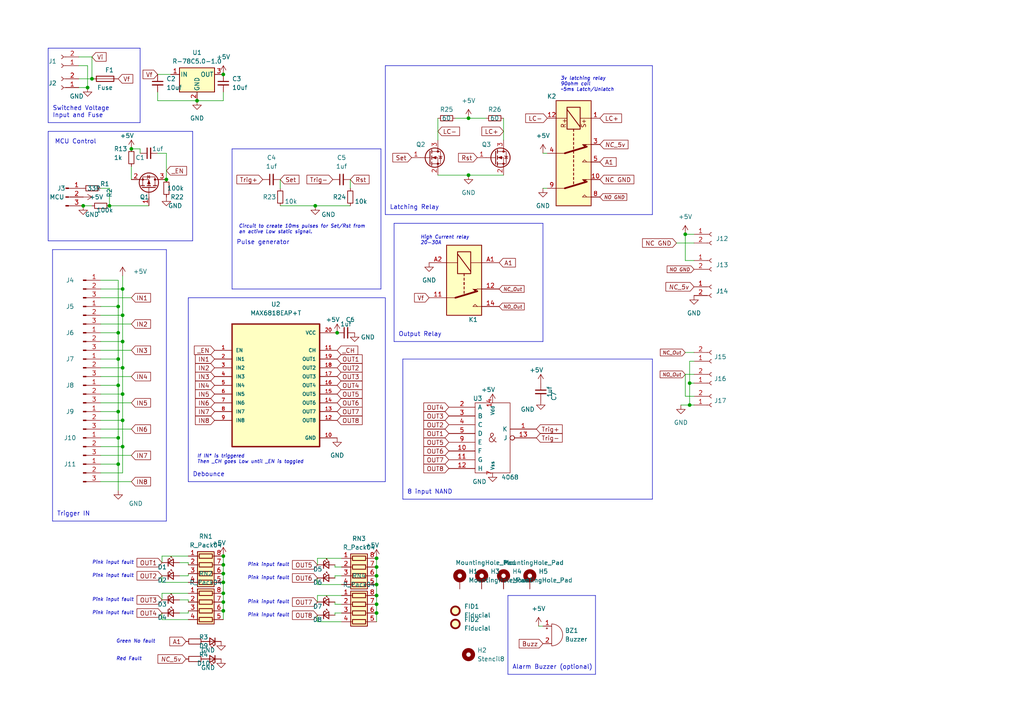
<source format=kicad_sch>
(kicad_sch (version 20230121) (generator eeschema)
  (paper "A4")
  (lib_symbols
    (symbol "4xxx_IEEE:4068" (pin_names (offset 0.762))
      (property "Reference" "U" (at -5.08 11.43 0))
      (property "Value" "4068" (at 3.81 11.43 0))
      (symbol "4068_0_0"
        (text "&" (at 0 0 0) (effects (font (size 2.54 2.54))))
      )
      (symbol "4068_0_1"
        (pin power_in line (at 0 10.16 270) (length 0) (name "Vdd") (number "14"))
        (pin power_in line (at 0 -10.16 90) (length 0) (name "Vss") (number "7"))
      )
      (symbol "4068_1_1"
        (pin output line (at 12.7 2.54 180) (length 7.62) (name "K") (number "1"))
        (pin input line (at -12.7 -3.81 0) (length 7.62) (name "F") (number "10"))
        (pin input line (at -12.7 -6.35 0) (length 7.62) (name "G") (number "11"))
        (pin input line (at -12.7 -8.89 0) (length 7.62) (name "H") (number "12"))
        (pin output inverted (at 12.7 0 180) (length 7.62) (name "J") (number "13"))
        (pin input line (at -12.7 8.89 0) (length 7.62) (name "A") (number "2"))
        (pin input line (at -12.7 6.35 0) (length 7.62) (name "B") (number "3"))
        (pin input line (at -12.7 3.81 0) (length 7.62) (name "C") (number "4"))
        (pin input line (at -12.7 1.27 0) (length 7.62) (name "D") (number "5"))
        (pin input line (at -12.7 -1.27 0) (length 7.62) (name "E") (number "9"))
      )
    )
    (symbol "Connector:Conn_01x02_Female" (pin_names (offset 1.016) hide)
      (property "Reference" "J" (at 0 2.54 0))
      (property "Value" "Conn_01x02_Female" (at 0 -5.08 0))
      (symbol "Conn_01x02_Female_1_1"
        (pin passive line (at -5.08 0 0) (length 3.81) (name "Pin_1") (number "1"))
        (pin passive line (at -5.08 -2.54 0) (length 3.81) (name "Pin_2") (number "2"))
      )
    )
    (symbol "Connector:Conn_01x03_Male" (pin_names (offset 1.016) hide)
      (property "Reference" "J" (at 0 5.08 0))
      (property "Value" "Conn_01x03_Male" (at 0 -5.08 0))
      (symbol "Conn_01x03_Male_1_1"
        (pin passive line (at 5.08 2.54 180) (length 3.81) (name "Pin_1") (number "1"))
        (pin passive line (at 5.08 0 180) (length 3.81) (name "Pin_2") (number "2"))
        (pin passive line (at 5.08 -2.54 180) (length 3.81) (name "Pin_3") (number "3"))
      )
    )
    (symbol "Device:Buzzer" (pin_names (offset 0.0254) hide)
      (property "Reference" "BZ" (at 3.81 1.27 0))
      (property "Value" "Buzzer" (at 3.81 -1.27 0))
      (symbol "Buzzer_1_1"
        (pin passive line (at -2.54 2.54 0) (length 2.54) (name "-") (number "1"))
        (pin passive line (at -2.54 -2.54 0) (length 2.54) (name "+") (number "2"))
      )
    )
    (symbol "Device:C_Small" (pin_numbers hide) (pin_names (offset 0.254) hide)
      (property "Reference" "C" (at 0.254 1.778 0))
      (property "Value" "C_Small" (at 0.254 -2.032 0))
      (symbol "C_Small_1_1"
        (pin passive line (at 0 2.54 270) (length 2.032) (name "~") (number "1"))
        (pin passive line (at 0 -2.54 90) (length 2.032) (name "~") (number "2"))
      )
    )
    (symbol "Device:Fuse" (pin_numbers hide) (pin_names (offset 0))
      (property "Reference" "F" (at 2.032 0 90))
      (property "Value" "Fuse" (at -1.905 0 90))
      (symbol "Fuse_1_1"
        (pin passive line (at 0 3.81 270) (length 1.27) (name "~") (number "1"))
        (pin passive line (at 0 -3.81 90) (length 1.27) (name "~") (number "2"))
      )
    )
    (symbol "Device:LED_Small" (pin_numbers hide) (pin_names (offset 0.254) hide)
      (property "Reference" "D" (at -1.27 3.175 0))
      (property "Value" "LED_Small" (at -4.445 -2.54 0))
      (symbol "LED_Small_1_1"
        (pin passive line (at -2.54 0 0) (length 1.778) (name "K") (number "1"))
        (pin passive line (at 2.54 0 180) (length 1.778) (name "A") (number "2"))
      )
    )
    (symbol "Device:Q_NMOS_GSD" (pin_names (offset 0) hide)
      (property "Reference" "Q" (at 5.08 1.27 0))
      (property "Value" "Q_NMOS_GSD" (at 5.08 -1.27 0))
      (symbol "Q_NMOS_GSD_1_1"
        (pin input line (at -5.08 0 0) (length 2.54) (name "G") (number "1"))
        (pin passive line (at 2.54 -5.08 90) (length 2.54) (name "S") (number "2"))
        (pin passive line (at 2.54 5.08 270) (length 2.54) (name "D") (number "3"))
      )
    )
    (symbol "Device:Q_PMOS_GSD" (pin_names (offset 0) hide)
      (property "Reference" "Q" (at 5.08 1.27 0))
      (property "Value" "Q_PMOS_GSD" (at 5.08 -1.27 0))
      (symbol "Q_PMOS_GSD_1_1"
        (pin input line (at -5.08 0 0) (length 2.54) (name "G") (number "1"))
        (pin passive line (at 2.54 -5.08 90) (length 2.54) (name "S") (number "2"))
        (pin passive line (at 2.54 5.08 270) (length 2.54) (name "D") (number "3"))
      )
    )
    (symbol "Device:R_Pack04" (pin_names (offset 0) hide)
      (property "Reference" "RN" (at -7.62 0 90))
      (property "Value" "R_Pack04" (at 5.08 0 90))
      (symbol "R_Pack04_1_1"
        (pin passive line (at -5.08 -5.08 90) (length 2.54) (name "R1.1") (number "1"))
        (pin passive line (at -2.54 -5.08 90) (length 2.54) (name "R2.1") (number "2"))
        (pin passive line (at 0 -5.08 90) (length 2.54) (name "R3.1") (number "3"))
        (pin passive line (at 2.54 -5.08 90) (length 2.54) (name "R4.1") (number "4"))
        (pin passive line (at 2.54 5.08 270) (length 2.54) (name "R4.2") (number "5"))
        (pin passive line (at 0 5.08 270) (length 2.54) (name "R3.2") (number "6"))
        (pin passive line (at -2.54 5.08 270) (length 2.54) (name "R2.2") (number "7"))
        (pin passive line (at -5.08 5.08 270) (length 2.54) (name "R1.2") (number "8"))
      )
    )
    (symbol "Device:R_Small" (pin_numbers hide) (pin_names (offset 0.254) hide)
      (property "Reference" "R" (at 0.762 0.508 0))
      (property "Value" "R_Small" (at 0.762 -1.016 0))
      (symbol "R_Small_1_1"
        (pin passive line (at 0 2.54 270) (length 0.762) (name "~") (number "1"))
        (pin passive line (at 0 -2.54 90) (length 0.762) (name "~") (number "2"))
      )
    )
    (symbol "MAX6818EAP_T:MAX6818EAP+T" (pin_names (offset 1.016))
      (property "Reference" "U" (at -12.7 18.7706 0))
      (property "Value" "MAX6818EAP+T" (at -12.7 -21.7678 0))
      (symbol "MAX6818EAP+T_0_0"
        (pin input line (at -17.78 10.16 0) (length 5.08) (name "EN") (number "1"))
        (pin power_in line (at 17.78 -15.24 180) (length 5.08) (name "GND") (number "10"))
        (pin output line (at 17.78 10.16 180) (length 5.08) (name "CH") (number "11"))
        (pin output line (at 17.78 -10.16 180) (length 5.08) (name "OUT8") (number "12"))
        (pin output line (at 17.78 -7.62 180) (length 5.08) (name "OUT7") (number "13"))
        (pin output line (at 17.78 -5.08 180) (length 5.08) (name "OUT6") (number "14"))
        (pin output line (at 17.78 -2.54 180) (length 5.08) (name "OUT5") (number "15"))
        (pin output line (at 17.78 0 180) (length 5.08) (name "OUT4") (number "16"))
        (pin output line (at 17.78 2.54 180) (length 5.08) (name "OUT3") (number "17"))
        (pin output line (at 17.78 5.08 180) (length 5.08) (name "OUT2") (number "18"))
        (pin output line (at 17.78 7.62 180) (length 5.08) (name "OUT1") (number "19"))
        (pin input line (at -17.78 7.62 0) (length 5.08) (name "IN1") (number "2"))
        (pin power_in line (at 17.78 15.24 180) (length 5.08) (name "VCC") (number "20"))
        (pin input line (at -17.78 5.08 0) (length 5.08) (name "IN2") (number "3"))
        (pin input line (at -17.78 2.54 0) (length 5.08) (name "IN3") (number "4"))
        (pin input line (at -17.78 0 0) (length 5.08) (name "IN4") (number "5"))
        (pin input line (at -17.78 -2.54 0) (length 5.08) (name "IN5") (number "6"))
        (pin input line (at -17.78 -5.08 0) (length 5.08) (name "IN6") (number "7"))
        (pin input line (at -17.78 -7.62 0) (length 5.08) (name "IN7") (number "8"))
        (pin input line (at -17.78 -10.16 0) (length 5.08) (name "IN8") (number "9"))
      )
    )
    (symbol "Mechanical:Fiducial"
      (property "Reference" "FID" (at 0 5.08 0))
      (property "Value" "Fiducial" (at 0 3.175 0))
    )
    (symbol "Mechanical:MountingHole" (pin_names (offset 1.016))
      (property "Reference" "H" (at 0 5.08 0))
      (property "Value" "MountingHole" (at 0 3.175 0))
    )
    (symbol "Mechanical:MountingHole_Pad" (pin_numbers hide) (pin_names (offset 1.016) hide)
      (property "Reference" "H" (at 0 6.35 0))
      (property "Value" "MountingHole_Pad" (at 0 4.445 0))
      (symbol "MountingHole_Pad_1_1"
        (pin input line (at 0 -2.54 90) (length 2.54) (name "1") (number "1"))
      )
    )
    (symbol "Regulator_Switching:R-78C5.0-1.0" (pin_names (offset 0.254))
      (property "Reference" "U" (at -3.81 3.175 0))
      (property "Value" "R-78C5.0-1.0" (at 0 3.175 0))
      (symbol "R-78C5.0-1.0_1_1"
        (pin power_in line (at -7.62 0 0) (length 2.54) (name "IN") (number "1"))
        (pin power_in line (at 0 -7.62 90) (length 2.54) (name "GND") (number "2"))
        (pin power_out line (at 7.62 0 180) (length 2.54) (name "OUT") (number "3"))
      )
    )
    (symbol "Relay:EE2-3SNUH"
      (property "Reference" "K" (at 15.24 8.89 0))
      (property "Value" "EE2-3SNUH" (at 20.32 6.35 0))
      (symbol "EE2-3SNUH_1_1"
        (text "+" (at -9.398 -2.667 0) (effects (font (size 1.27 1.27))))
        (text "+" (at -9.271 2.921 0) (effects (font (size 1.27 1.27))))
        (text "R" (at -8.001 -2.921 0) (effects (font (size 1.27 1.27))))
        (text "S" (at -8.001 2.921 0) (effects (font (size 1.27 1.27))))
        (pin passive line (at -10.16 7.62 270) (length 2.54) (name "~") (number "1"))
        (pin passive line (at 7.62 7.62 270) (length 2.54) (name "~") (number "10"))
        (pin passive line (at -10.16 -7.62 90) (length 2.54) (name "~") (number "12"))
        (pin passive line (at -2.54 7.62 270) (length 2.54) (name "~") (number "3"))
        (pin passive line (at 0 -7.62 90) (length 2.54) (name "~") (number "4"))
        (pin passive line (at 2.54 7.62 270) (length 2.54) (name "~") (number "5"))
        (pin passive line (at 12.7 7.62 270) (length 2.54) (name "~") (number "8"))
        (pin passive line (at 10.16 -7.62 90) (length 2.54) (name "~") (number "9"))
      )
    )
    (symbol "Relay:RAYEX-L90S"
      (property "Reference" "K" (at 11.43 3.81 0))
      (property "Value" "RAYEX-L90S" (at 11.43 1.27 0))
      (symbol "RAYEX-L90S_1_1"
        (pin passive line (at 5.08 -10.16 90) (length 5.08) (name "~") (number "11"))
        (pin passive line (at 2.54 10.16 270) (length 5.08) (name "~") (number "12"))
        (pin passive line (at 7.62 10.16 270) (length 5.08) (name "~") (number "14"))
        (pin passive line (at -5.08 10.16 270) (length 5.08) (name "~") (number "A1"))
        (pin passive line (at -5.08 -10.16 90) (length 5.08) (name "~") (number "A2"))
      )
    )
    (symbol "power:+5V" (power) (pin_names (offset 0))
      (property "Value" "+5V" (at 0 3.556 0))
      (symbol "+5V_1_1"
        (pin power_in line (at 0 0 90) (length 0) hide (name "+5V") (number "1"))
      )
    )
    (symbol "power:GND" (power) (pin_names (offset 0))
      (property "Value" "GND" (at 0 -3.81 0))
      (symbol "GND_1_1"
        (pin power_in line (at 0 0 270) (length 0) hide (name "GND") (number "1"))
      )
    )
  )
  (junction (at 97.79 96.52))
  (junction (at 35.56 114.3))
  (junction (at 64.77 166.37))
  (junction (at 109.22 167.005))
  (junction (at 35.56 129.54))
  (junction (at 109.22 169.545))
  (junction (at 64.77 161.29))
  (junction (at 35.56 106.68))
  (junction (at 91.44 59.69))
  (junction (at 35.56 91.44))
  (junction (at 109.22 175.26))
  (junction (at 34.29 134.62))
  (junction (at 109.22 172.72))
  (junction (at 35.56 99.06))
  (junction (at 109.22 164.465))
  (junction (at 64.77 172.085))
  (junction (at 64.77 168.91))
  (junction (at 34.29 127))
  (junction (at 64.77 174.625))
  (junction (at 31.75 59.69))
  (junction (at 135.89 34.29))
  (junction (at 200.025 111.125))
  (junction (at 109.22 161.925))
  (junction (at 64.77 21.59))
  (junction (at 34.29 88.9))
  (junction (at 57.15 29.21))
  (junction (at 38.1 43.18))
  (junction (at 35.56 121.92))
  (junction (at 34.29 119.38))
  (junction (at 34.29 96.52))
  (junction (at 24.13 59.69))
  (junction (at 64.77 177.165))
  (junction (at 48.26 52.07))
  (junction (at 135.89 50.8))
  (junction (at 109.22 177.8))
  (junction (at 35.56 83.82))
  (junction (at 198.755 67.945))
  (junction (at 64.77 163.83))
  (junction (at 26.67 22.86))
  (junction (at 25.4 25.4))
  (junction (at 34.29 111.76))
  (junction (at 34.29 104.14))
  (junction (at 200.025 117.475))
  (polyline (pts (xy 157.48 64.77) (xy 157.48 99.06)))
  (wire (pts (xy 38.1 48.26) (xy 38.1 52.07)))
  (wire (pts (xy 109.22 175.26) (xy 109.22 177.8)))
  (wire (pts (xy 29.21 106.68) (xy 35.56 106.68)))
  (wire (pts (xy 92.075 169.545) (xy 92.075 167.64)))
  (wire (pts (xy 201.295 108.585) (xy 198.755 108.585)))
  (wire (pts (xy 157.48 54.61) (xy 158.75 54.61)))
  (wire (pts (xy 46.99 179.705) (xy 46.99 177.8)))
  (wire (pts (xy 22.86 19.05) (xy 25.4 19.05)))
  (polyline (pts (xy 147.32 172.72) (xy 147.32 195.58)))
  (wire (pts (xy 97.155 167.64) (xy 97.155 167.005)))
  (wire (pts (xy 92.075 172.72) (xy 99.06 172.72)))
  (wire (pts (xy 135.89 34.29) (xy 140.97 34.29)))
  (polyline (pts (xy 67.31 43.18) (xy 110.49 43.18)))
  (wire (pts (xy 29.21 81.28) (xy 34.29 81.28)))
  (wire (pts (xy 40.64 43.18) (xy 38.1 43.18)))
  (wire (pts (xy 92.075 178.435) (xy 92.075 180.34)))
  (polyline (pts (xy 13.97 38.1) (xy 13.97 69.85)))
  (wire (pts (xy 24.13 59.69) (xy 26.67 59.69)))
  (polyline (pts (xy 54.61 86.36) (xy 54.61 139.7)))
  (wire (pts (xy 34.29 127) (xy 34.29 119.38)))
  (wire (pts (xy 29.21 127) (xy 34.29 127)))
  (wire (pts (xy 35.56 80.01) (xy 35.56 83.82)))
  (wire (pts (xy 35.56 114.3) (xy 35.56 121.92)))
  (wire (pts (xy 45.72 26.67) (xy 45.72 29.21)))
  (wire (pts (xy 54.61 172.085) (xy 46.99 172.085)))
  (polyline (pts (xy 189.23 62.23) (xy 111.76 62.23)))
  (wire (pts (xy 29.21 116.84) (xy 38.1 116.84)))
  (wire (pts (xy 22.86 22.86) (xy 26.67 22.86)))
  (wire (pts (xy 64.77 163.83) (xy 64.77 166.37)))
  (wire (pts (xy 54.61 174.625) (xy 54.61 173.99)))
  (wire (pts (xy 45.72 21.59) (xy 49.53 21.59)))
  (wire (pts (xy 29.21 111.76) (xy 34.29 111.76)))
  (wire (pts (xy 64.77 161.29) (xy 64.77 163.83)))
  (wire (pts (xy 157.48 44.45) (xy 158.75 44.45)))
  (wire (pts (xy 52.07 177.8) (xy 54.61 177.8)))
  (polyline (pts (xy 111.76 19.05) (xy 189.23 19.05)))
  (wire (pts (xy 91.44 59.69) (xy 101.6 59.69)))
  (wire (pts (xy 198.755 75.565) (xy 201.295 75.565)))
  (polyline (pts (xy 13.97 38.1) (xy 55.88 38.1)))
  (wire (pts (xy 40.64 43.18) (xy 40.64 44.45)))
  (wire (pts (xy 34.29 88.9) (xy 34.29 81.28)))
  (wire (pts (xy 46.99 168.91) (xy 46.99 167.005)))
  (wire (pts (xy 29.21 132.08) (xy 38.1 132.08)))
  (wire (pts (xy 97.155 164.465) (xy 99.06 164.465)))
  (wire (pts (xy 109.22 172.72) (xy 109.22 175.26)))
  (wire (pts (xy 48.26 44.45) (xy 48.26 52.07)))
  (wire (pts (xy 54.61 163.83) (xy 54.61 163.195)))
  (wire (pts (xy 64.77 177.165) (xy 64.77 179.705)))
  (polyline (pts (xy 15.24 72.39) (xy 15.24 151.13)))
  (wire (pts (xy 29.21 114.3) (xy 35.56 114.3)))
  (wire (pts (xy 97.155 163.83) (xy 97.155 164.465)))
  (wire (pts (xy 29.21 96.52) (xy 34.29 96.52)))
  (wire (pts (xy 25.4 19.05) (xy 25.4 25.4)))
  (polyline (pts (xy 157.48 99.06) (xy 114.3 99.06)))
  (wire (pts (xy 45.72 44.45) (xy 48.26 44.45)))
  (polyline (pts (xy 172.72 172.72) (xy 172.72 195.58)))
  (polyline (pts (xy 114.3 64.77) (xy 157.48 64.77)))
  (polyline (pts (xy 172.72 195.58) (xy 147.32 195.58)))
  (wire (pts (xy 35.56 121.92) (xy 35.56 129.54)))
  (wire (pts (xy 97.155 167.005) (xy 99.06 167.005)))
  (wire (pts (xy 29.21 91.44) (xy 35.56 91.44)))
  (polyline (pts (xy 40.64 13.97) (xy 40.64 35.56)))
  (wire (pts (xy 29.21 86.36) (xy 38.1 86.36)))
  (wire (pts (xy 29.21 129.54) (xy 35.56 129.54)))
  (wire (pts (xy 146.05 34.29) (xy 146.05 40.64)))
  (wire (pts (xy 54.61 179.705) (xy 46.99 179.705)))
  (wire (pts (xy 99.06 177.8) (xy 97.155 177.8)))
  (polyline (pts (xy 13.97 13.97) (xy 13.97 35.56)))
  (wire (pts (xy 54.61 173.99) (xy 52.07 173.99)))
  (polyline (pts (xy 54.61 139.7) (xy 111.76 139.7)))
  (wire (pts (xy 109.22 161.925) (xy 109.22 164.465)))
  (wire (pts (xy 34.29 104.14) (xy 34.29 96.52)))
  (wire (pts (xy 31.75 54.61) (xy 31.75 59.69)))
  (polyline (pts (xy 67.31 83.82) (xy 110.49 83.82)))
  (wire (pts (xy 64.77 29.21) (xy 64.77 26.67)))
  (wire (pts (xy 29.21 99.06) (xy 35.56 99.06)))
  (wire (pts (xy 34.29 119.38) (xy 34.29 111.76)))
  (wire (pts (xy 64.77 174.625) (xy 64.77 177.165)))
  (wire (pts (xy 46.99 161.29) (xy 46.99 163.195)))
  (wire (pts (xy 81.28 59.69) (xy 91.44 59.69)))
  (wire (pts (xy 29.21 83.82) (xy 35.56 83.82)))
  (wire (pts (xy 29.21 137.16) (xy 35.56 137.16)))
  (wire (pts (xy 35.56 83.82) (xy 35.56 91.44)))
  (wire (pts (xy 64.77 166.37) (xy 64.77 168.91)))
  (wire (pts (xy 201.295 67.945) (xy 198.755 67.945)))
  (wire (pts (xy 198.755 67.945) (xy 198.755 75.565)))
  (wire (pts (xy 198.755 102.235) (xy 201.295 102.235)))
  (wire (pts (xy 92.075 161.925) (xy 99.06 161.925)))
  (polyline (pts (xy 67.31 43.18) (xy 67.31 83.82)))
  (polyline (pts (xy 111.76 19.05) (xy 111.76 62.23)))
  (wire (pts (xy 127 34.29) (xy 127 40.64)))
  (wire (pts (xy 34.29 134.62) (xy 34.29 127)))
  (wire (pts (xy 109.22 177.8) (xy 109.22 180.34)))
  (wire (pts (xy 200.025 111.125) (xy 200.025 117.475)))
  (wire (pts (xy 26.67 16.51) (xy 26.67 22.86)))
  (wire (pts (xy 29.21 134.62) (xy 34.29 134.62)))
  (wire (pts (xy 54.61 168.91) (xy 46.99 168.91)))
  (wire (pts (xy 29.21 119.38) (xy 34.29 119.38)))
  (polyline (pts (xy 48.26 72.39) (xy 48.26 151.13)))
  (polyline (pts (xy 55.88 69.85) (xy 13.97 69.85)))
  (wire (pts (xy 200.025 117.475) (xy 201.295 117.475)))
  (polyline (pts (xy 15.24 72.39) (xy 48.26 72.39)))
  (polyline (pts (xy 111.76 139.7) (xy 111.76 86.36)))
  (wire (pts (xy 196.215 70.485) (xy 201.295 70.485)))
  (wire (pts (xy 92.075 180.34) (xy 99.06 180.34)))
  (wire (pts (xy 29.21 109.22) (xy 38.1 109.22)))
  (wire (pts (xy 22.86 16.51) (xy 26.67 16.51)))
  (wire (pts (xy 29.21 93.98) (xy 38.1 93.98)))
  (polyline (pts (xy 114.3 64.77) (xy 114.3 99.06)))
  (polyline (pts (xy 189.23 144.78) (xy 189.23 104.14)))
  (wire (pts (xy 35.56 91.44) (xy 35.56 99.06)))
  (wire (pts (xy 201.295 104.775) (xy 200.025 104.775)))
  (wire (pts (xy 201.295 111.125) (xy 200.025 111.125)))
  (wire (pts (xy 52.07 167.005) (xy 54.61 167.005)))
  (wire (pts (xy 29.21 104.14) (xy 34.29 104.14)))
  (wire (pts (xy 25.4 25.4) (xy 22.86 25.4)))
  (wire (pts (xy 92.075 174.625) (xy 92.075 172.72)))
  (wire (pts (xy 156.21 181.61) (xy 157.48 181.61)))
  (wire (pts (xy 132.08 34.29) (xy 135.89 34.29)))
  (wire (pts (xy 46.99 172.085) (xy 46.99 173.99)))
  (wire (pts (xy 54.61 163.195) (xy 52.07 163.195)))
  (wire (pts (xy 29.21 121.92) (xy 35.56 121.92)))
  (polyline (pts (xy 116.84 144.78) (xy 189.23 144.78)))
  (wire (pts (xy 34.29 96.52) (xy 34.29 88.9)))
  (polyline (pts (xy 13.97 13.97) (xy 40.64 13.97)))
  (wire (pts (xy 57.15 29.21) (xy 64.77 29.21)))
  (wire (pts (xy 135.89 50.8) (xy 146.05 50.8)))
  (polyline (pts (xy 116.84 104.14) (xy 189.23 104.14)))
  (wire (pts (xy 200.025 104.775) (xy 200.025 111.125)))
  (polyline (pts (xy 110.49 83.82) (xy 110.49 43.18)))
  (wire (pts (xy 29.21 101.6) (xy 38.1 101.6)))
  (wire (pts (xy 34.29 134.62) (xy 34.29 142.24)))
  (wire (pts (xy 109.22 169.545) (xy 109.22 172.72)))
  (wire (pts (xy 54.61 161.29) (xy 46.99 161.29)))
  (polyline (pts (xy 55.88 38.1) (xy 55.88 69.85)))
  (wire (pts (xy 198.755 108.585) (xy 198.755 114.935)))
  (wire (pts (xy 64.77 168.91) (xy 64.77 172.085)))
  (wire (pts (xy 29.21 88.9) (xy 34.29 88.9)))
  (polyline (pts (xy 116.84 104.14) (xy 116.84 144.78)))
  (polyline (pts (xy 54.61 86.36) (xy 111.76 86.36)))
  (wire (pts (xy 197.485 117.475) (xy 200.025 117.475)))
  (wire (pts (xy 97.155 177.8) (xy 97.155 178.435)))
  (wire (pts (xy 34.29 111.76) (xy 34.29 104.14)))
  (wire (pts (xy 54.61 177.8) (xy 54.61 177.165)))
  (wire (pts (xy 198.755 114.935) (xy 201.295 114.935)))
  (wire (pts (xy 64.77 172.085) (xy 64.77 174.625)))
  (polyline (pts (xy 40.64 35.56) (xy 13.97 35.56)))
  (wire (pts (xy 29.21 124.46) (xy 38.1 124.46)))
  (wire (pts (xy 45.72 29.21) (xy 57.15 29.21)))
  (wire (pts (xy 109.22 167.005) (xy 109.22 169.545)))
  (wire (pts (xy 92.075 163.83) (xy 92.075 161.925)))
  (wire (pts (xy 109.22 164.465) (xy 109.22 167.005)))
  (wire (pts (xy 81.28 52.07) (xy 81.28 54.61)))
  (wire (pts (xy 99.06 175.26) (xy 97.155 175.26)))
  (wire (pts (xy 54.61 167.005) (xy 54.61 166.37)))
  (wire (pts (xy 29.21 54.61) (xy 31.75 54.61)))
  (wire (pts (xy 35.56 129.54) (xy 35.56 137.16)))
  (wire (pts (xy 97.155 175.26) (xy 97.155 174.625)))
  (polyline (pts (xy 189.23 19.05) (xy 189.23 62.23)))
  (wire (pts (xy 35.56 106.68) (xy 35.56 114.3)))
  (wire (pts (xy 99.06 169.545) (xy 92.075 169.545)))
  (wire (pts (xy 101.6 52.07) (xy 101.6 54.61)))
  (polyline (pts (xy 48.26 151.13) (xy 15.24 151.13)))
  (polyline (pts (xy 147.32 172.72) (xy 172.72 172.72)))
  (wire (pts (xy 29.21 139.7) (xy 38.1 139.7)))
  (wire (pts (xy 31.75 59.69) (xy 43.18 59.69)))
  (wire (pts (xy 127 50.8) (xy 135.89 50.8)))
  (wire (pts (xy 35.56 99.06) (xy 35.56 106.68)))
  (text "If IN* is triggered\nThen _CH goes Low until _EN is toggled\n" (at 57.15 134.62 0) (effects (font (size 1 1) italic) (justify left bottom)))
  (text "Pink input fault" (at 26.67 174.625 0) (effects (font (size 1 1) italic) (justify left bottom)))
  (text "Pulse generator\n" (at 68.58 71.12 0) (effects (font (size 1.27 1.27)) (justify left bottom)))
  (text "Pink input fault" (at 26.67 178.435 0) (effects (font (size 1 1) italic) (justify left bottom)))
  (text "Pink input fault" (at 71.755 179.07 0) (effects (font (size 1 1) italic) (justify left bottom)))
  (text "Pink input fault" (at 71.755 175.26 0) (effects (font (size 1 1) italic) (justify left bottom)))
  (text "Output Relay" (at 115.57 97.79 0) (effects (font (size 1.27 1.27)) (justify left bottom)))
  (text "3v latching relay\n90ohm coil\n~5ms Latch/Unlatch" (at 162.56 26.67 0) (effects (font (size 1 1) italic) (justify left bottom)))
  (text "Green No fault" (at 33.655 186.69 0) (effects (font (size 1 1) italic) (justify left bottom)))
  (text "MCU Control" (at 15.875 41.91 0) (effects (font (size 1.27 1.27)) (justify left bottom)))
  (text "Alarm Buzzer (optional)" (at 148.59 194.31 0) (effects (font (size 1.27 1.27)) (justify left bottom)))
  (text "Red Fault" (at 33.655 191.77 0) (effects (font (size 1 1) italic) (justify left bottom)))
  (text "Switched Voltage \nInput and Fuse" (at 15.24 34.29 0) (effects (font (size 1.27 1.27)) (justify left bottom)))
  (text "Pink input fault" (at 71.755 164.465 0) (effects (font (size 1 1) italic) (justify left bottom)))
  (text "8 input NAND" (at 118.11 143.51 0) (effects (font (size 1.27 1.27)) (justify left bottom)))
  (text "Pink input fault" (at 26.67 167.64 0) (effects (font (size 1 1) italic) (justify left bottom)))
  (text "Pink input fault" (at 71.755 168.275 0) (effects (font (size 1 1) italic) (justify left bottom)))
  (text "Pink input fault" (at 26.67 163.83 0) (effects (font (size 1 1) italic) (justify left bottom)))
  (text "Latching Relay\n" (at 113.03 60.96 0) (effects (font (size 1.27 1.27)) (justify left bottom)))
  (text "Trigger IN" (at 16.51 149.86 0) (effects (font (size 1.27 1.27)) (justify left bottom)))
  (text "Circuit to create 10ms pulses for Set/Rst from\nan active Low static signal." (at 69.215 67.945 0) (effects (font (size 1 1) italic) (justify left bottom)))
  (text "Debounce\n" (at 55.88 138.43 0) (effects (font (size 1.27 1.27)) (justify left bottom)))
  (text "High Current relay\n20-30A" (at 121.92 71.12 0) (effects (font (size 1 1) italic) (justify left bottom)))
  (global_label "OUT5" (shape input) (at 97.79 114.3 0) (property "Intersheetrefs" "${INTERSHEET_REFS}" (effects hide)))
  (global_label "Set" (shape input) (at 119.38 45.72 180) (property "Intersheetrefs" "${INTERSHEET_REFS}" (effects hide)))
  (global_label "NO GND" (shape input) (at 201.295 78.105 180) (effects (font (size 1 1) italic)) (property "Intersheetrefs" "${INTERSHEET_REFS}" (effects hide)))
  (global_label "NC GND" (shape input) (at 173.99 52.07 0) (property "Intersheetrefs" "${INTERSHEET_REFS}" (effects hide)))
  (global_label "OUT3" (shape input) (at 46.99 173.99 180) (property "Intersheetrefs" "${INTERSHEET_REFS}" (effects hide)))
  (global_label "IN1" (shape input) (at 38.1 86.36 0) (property "Intersheetrefs" "${INTERSHEET_REFS}" (effects hide)))
  (global_label "OUT7" (shape input) (at 130.175 133.35 180) (property "Intersheetrefs" "${INTERSHEET_REFS}" (effects hide)))
  (global_label "NC_Out" (shape input) (at 144.78 83.82 0) (effects (font (size 1 1) italic)) (property "Intersheetrefs" "${INTERSHEET_REFS}" (effects hide)))
  (global_label "Set" (shape input) (at 81.28 52.07 0) (property "Intersheetrefs" "${INTERSHEET_REFS}" (effects hide)))
  (global_label "IN7" (shape input) (at 38.1 132.08 0) (property "Intersheetrefs" "${INTERSHEET_REFS}" (effects hide)))
  (global_label "_EN" (shape input) (at 48.26 49.53 0) (property "Intersheetrefs" "${INTERSHEET_REFS}" (effects hide)))
  (global_label "OUT2" (shape input) (at 46.99 167.005 180) (property "Intersheetrefs" "${INTERSHEET_REFS}" (effects hide)))
  (global_label "A1" (shape input) (at 144.78 76.2 0) (property "Intersheetrefs" "${INTERSHEET_REFS}" (effects hide)))
  (global_label "OUT7" (shape input) (at 97.79 119.38 0) (property "Intersheetrefs" "${INTERSHEET_REFS}" (effects hide)))
  (global_label "LC-" (shape input) (at 158.75 34.29 180) (property "Intersheetrefs" "${INTERSHEET_REFS}" (effects hide)))
  (global_label "IN4" (shape input) (at 62.23 111.76 180) (property "Intersheetrefs" "${INTERSHEET_REFS}" (effects hide)))
  (global_label "NO GND" (shape input) (at 173.99 57.15 0) (effects (font (size 1 1) italic)) (property "Intersheetrefs" "${INTERSHEET_REFS}" (effects hide)))
  (global_label "OUT8" (shape input) (at 92.075 178.435 180) (property "Intersheetrefs" "${INTERSHEET_REFS}" (effects hide)))
  (global_label "NC GND" (shape input) (at 196.215 70.485 180) (property "Intersheetrefs" "${INTERSHEET_REFS}" (effects hide)))
  (global_label "OUT8" (shape input) (at 130.175 135.89 180) (property "Intersheetrefs" "${INTERSHEET_REFS}" (effects hide)))
  (global_label "Buzz" (shape input) (at 157.48 186.69 180) (property "Intersheetrefs" "${INTERSHEET_REFS}" (effects hide)))
  (global_label "NC_5v" (shape input) (at 53.975 191.135 180) (effects (font italic)) (property "Intersheetrefs" "${INTERSHEET_REFS}" (effects hide)))
  (global_label "OUT2" (shape input) (at 130.175 123.19 180) (property "Intersheetrefs" "${INTERSHEET_REFS}" (effects hide)))
  (global_label "LC+" (shape input) (at 173.99 34.29 0) (property "Intersheetrefs" "${INTERSHEET_REFS}" (effects hide)))
  (global_label "NC_Out" (shape input) (at 198.755 102.235 180) (effects (font (size 1 1) italic)) (property "Intersheetrefs" "${INTERSHEET_REFS}" (effects hide)))
  (global_label "A1" (shape input) (at 173.99 46.99 0) (property "Intersheetrefs" "${INTERSHEET_REFS}" (effects hide)))
  (global_label "IN2" (shape input) (at 62.23 106.68 180) (property "Intersheetrefs" "${INTERSHEET_REFS}" (effects hide)))
  (global_label "OUT4" (shape input) (at 130.175 118.11 180) (property "Intersheetrefs" "${INTERSHEET_REFS}" (effects hide)))
  (global_label "NO_Out" (shape input) (at 144.78 88.9 0) (effects (font (size 1 1) italic)) (property "Intersheetrefs" "${INTERSHEET_REFS}" (effects hide)))
  (global_label "Trig+" (shape input) (at 155.575 124.46 0) (property "Intersheetrefs" "${INTERSHEET_REFS}" (effects hide)))
  (global_label "OUT8" (shape input) (at 97.79 121.92 0) (property "Intersheetrefs" "${INTERSHEET_REFS}" (effects hide)))
  (global_label "IN1" (shape input) (at 62.23 104.14 180) (property "Intersheetrefs" "${INTERSHEET_REFS}" (effects hide)))
  (global_label "_EN" (shape input) (at 62.23 101.6 180) (property "Intersheetrefs" "${INTERSHEET_REFS}" (effects hide)))
  (global_label "IN8" (shape input) (at 62.23 121.92 180) (property "Intersheetrefs" "${INTERSHEET_REFS}" (effects hide)))
  (global_label "LC-" (shape input) (at 127 38.1 0) (property "Intersheetrefs" "${INTERSHEET_REFS}" (effects hide)))
  (global_label "IN7" (shape input) (at 62.23 119.38 180) (property "Intersheetrefs" "${INTERSHEET_REFS}" (effects hide)))
  (global_label "_CH" (shape input) (at 97.79 101.6 0) (property "Intersheetrefs" "${INTERSHEET_REFS}" (effects hide)))
  (global_label "IN8" (shape input) (at 38.1 139.7 0) (property "Intersheetrefs" "${INTERSHEET_REFS}" (effects hide)))
  (global_label "OUT4" (shape input) (at 97.79 111.76 0) (property "Intersheetrefs" "${INTERSHEET_REFS}" (effects hide)))
  (global_label "OUT2" (shape input) (at 97.79 106.68 0) (property "Intersheetrefs" "${INTERSHEET_REFS}" (effects hide)))
  (global_label "Rst" (shape input) (at 138.43 45.72 180) (property "Intersheetrefs" "${INTERSHEET_REFS}" (effects hide)))
  (global_label "NC_5v" (shape input) (at 173.99 41.91 0) (effects (font italic)) (property "Intersheetrefs" "${INTERSHEET_REFS}" (effects hide)))
  (global_label "IN3" (shape input) (at 62.23 109.22 180) (property "Intersheetrefs" "${INTERSHEET_REFS}" (effects hide)))
  (global_label "A1" (shape input) (at 53.975 186.055 180) (property "Intersheetrefs" "${INTERSHEET_REFS}" (effects hide)))
  (global_label "OUT6" (shape input) (at 130.175 130.81 180) (property "Intersheetrefs" "${INTERSHEET_REFS}" (effects hide)))
  (global_label "OUT7" (shape input) (at 92.075 174.625 180) (property "Intersheetrefs" "${INTERSHEET_REFS}" (effects hide)))
  (global_label "Trig-" (shape input) (at 96.52 52.07 180) (property "Intersheetrefs" "${INTERSHEET_REFS}" (effects hide)))
  (global_label "OUT1" (shape input) (at 97.79 104.14 0) (property "Intersheetrefs" "${INTERSHEET_REFS}" (effects hide)))
  (global_label "OUT3" (shape input) (at 97.79 109.22 0) (property "Intersheetrefs" "${INTERSHEET_REFS}" (effects hide)))
  (global_label "NC_5v" (shape input) (at 201.295 83.185 180) (effects (font italic)) (property "Intersheetrefs" "${INTERSHEET_REFS}" (effects hide)))
  (global_label "OUT6" (shape input) (at 97.79 116.84 0) (property "Intersheetrefs" "${INTERSHEET_REFS}" (effects hide)))
  (global_label "IN5" (shape input) (at 62.23 114.3 180) (property "Intersheetrefs" "${INTERSHEET_REFS}" (effects hide)))
  (global_label "OUT1" (shape input) (at 130.175 125.73 180) (property "Intersheetrefs" "${INTERSHEET_REFS}" (effects hide)))
  (global_label "IN3" (shape input) (at 38.1 101.6 0) (property "Intersheetrefs" "${INTERSHEET_REFS}" (effects hide)))
  (global_label "OUT5" (shape input) (at 92.075 163.83 180) (property "Intersheetrefs" "${INTERSHEET_REFS}" (effects hide)))
  (global_label "IN6" (shape input) (at 62.23 116.84 180) (property "Intersheetrefs" "${INTERSHEET_REFS}" (effects hide)))
  (global_label "OUT4" (shape input) (at 46.99 177.8 180) (property "Intersheetrefs" "${INTERSHEET_REFS}" (effects hide)))
  (global_label "OUT6" (shape input) (at 92.075 167.64 180) (property "Intersheetrefs" "${INTERSHEET_REFS}" (effects hide)))
  (global_label "Vf" (shape input) (at 45.72 21.59 180) (property "Intersheetrefs" "${INTERSHEET_REFS}" (effects hide)))
  (global_label "OUT3" (shape input) (at 130.175 120.65 180) (property "Intersheetrefs" "${INTERSHEET_REFS}" (effects hide)))
  (global_label "IN6" (shape input) (at 38.1 124.46 0) (property "Intersheetrefs" "${INTERSHEET_REFS}" (effects hide)))
  (global_label "Vf" (shape input) (at 34.29 22.86 0) (property "Intersheetrefs" "${INTERSHEET_REFS}" (effects hide)))
  (global_label "NO_Out" (shape input) (at 198.755 108.585 180) (effects (font (size 1 1) italic)) (property "Intersheetrefs" "${INTERSHEET_REFS}" (effects hide)))
  (global_label "IN5" (shape input) (at 38.1 116.84 0) (property "Intersheetrefs" "${INTERSHEET_REFS}" (effects hide)))
  (global_label "Trig-" (shape input) (at 155.575 127 0) (property "Intersheetrefs" "${INTERSHEET_REFS}" (effects hide)))
  (global_label "Trig+" (shape input) (at 76.2 52.07 180) (property "Intersheetrefs" "${INTERSHEET_REFS}" (effects hide)))
  (global_label "IN4" (shape input) (at 38.1 109.22 0) (property "Intersheetrefs" "${INTERSHEET_REFS}" (effects hide)))
  (global_label "OUT5" (shape input) (at 130.175 128.27 180) (property "Intersheetrefs" "${INTERSHEET_REFS}" (effects hide)))
  (global_label "Vi" (shape input) (at 26.67 16.51 0) (property "Intersheetrefs" "${INTERSHEET_REFS}" (effects hide)))
  (global_label "OUT1" (shape input) (at 46.99 163.195 180) (property "Intersheetrefs" "${INTERSHEET_REFS}" (effects hide)))
  (global_label "Vf" (shape input) (at 124.46 86.36 180) (property "Intersheetrefs" "${INTERSHEET_REFS}" (effects hide)))
  (global_label "LC+" (shape input) (at 146.05 38.1 180) (property "Intersheetrefs" "${INTERSHEET_REFS}" (effects hide)))
  (global_label "IN2" (shape input) (at 38.1 93.98 0) (property "Intersheetrefs" "${INTERSHEET_REFS}" (effects hide)))
  (global_label "Rst" (shape input) (at 101.6 52.07 0) (property "Intersheetrefs" "${INTERSHEET_REFS}" (effects hide)))
  (symbol (lib_id "Connector:Conn_01x03_Male") (at 24.13 91.44 0) (unit 1)
    (property "Reference" "J5" (at 20.32 88.9 0))
    (property "Value" "Conn_01x03_Male" (effects hide))
    (property "Footprint" "Connector_Molex:Molex_KK-254_AE-6410-03A_1x03_P2.54mm_Vertical" (effects hide))
  )
  (symbol (lib_id "Device:R_Pack04") (at 59.69 177.165 270) (unit 1)
    (property "Reference" "RN2" (at 59.69 166.37 90))
    (property "Value" "R_Pack04" (at 59.69 168.91 90))
    (property "Footprint" "Resistor_SMD:R_Array_Concave_4x0603" (effects hide))
  )
  (symbol (lib_id "power:GND") (at 25.4 25.4 0) (unit 1)
    (property "Reference" "#PWR03" (effects hide))
    (property "Value" "GND" (at 22.225 27.94 0))
  )
  (symbol (lib_id "power:GND") (at 57.15 29.21 0) (unit 1)
    (property "Reference" "#PWR011" (effects hide))
    (property "Value" "GND" (at 57.15 34.29 0))
  )
  (symbol (lib_id "Device:R_Small") (at 101.6 57.15 0) (unit 1)
    (property "Reference" "R24" (at 96.52 57.15 0) (effects (justify left)))
    (property "Value" "10k" (at 102.87 58.42 0) (effects (justify left)))
    (property "Footprint" "Resistor_SMD:R_0402_1005Metric" (effects hide))
  )
  (symbol (lib_id "power:GND") (at 64.135 191.135 0) (unit 1)
    (property "Reference" "#PWR09" (effects hide))
    (property "Value" "GND" (at 60.325 193.675 0))
  )
  (symbol (lib_id "Device:R_Pack04") (at 104.14 177.8 270) (unit 1)
    (property "Reference" "RN4" (at 104.14 167.005 90))
    (property "Value" "R_Pack04" (at 104.14 169.545 90))
    (property "Footprint" "Resistor_SMD:R_Array_Concave_4x0603" (effects hide))
  )
  (symbol (lib_id "power:GND") (at 135.89 50.8 0) (unit 1)
    (property "Reference" "#PWR021" (effects hide))
    (property "Value" "GND" (at 135.89 55.88 0))
  )
  (symbol (lib_id "MAX6818EAP_T:MAX6818EAP+T") (at 80.01 111.76 0) (unit 1)
    (property "Reference" "U2" (at 80.01 88.265 0))
    (property "Value" "MAX6818EAP+T" (at 80.01 90.805 0))
    (property "Footprint" "SOP65P777X199-20N" (effects hide))
  )
  (symbol (lib_id "Connector:Conn_01x03_Male") (at 19.05 57.15 0) (unit 1)
    (property "Reference" "J3" (at 17.78 54.61 0))
    (property "Value" "MCU" (at 16.51 57.15 0))
    (property "Footprint" "Connector_Molex:Molex_KK-254_AE-6410-03A_1x03_P2.54mm_Vertical" (effects hide))
  )
  (symbol (lib_id "Device:LED_Small") (at 94.615 163.83 0) (unit 1)
    (property "Reference" "D5" (at 92.1385 165.1 0))
    (property "Value" "LED_Small" (effects hide))
    (property "Footprint" "LED_SMD:LED_0603_1608Metric" (effects hide))
  )
  (symbol (lib_id "power:+5V") (at 64.77 21.59 0) (unit 1)
    (property "Reference" "#PWR012" (effects hide))
    (property "Value" "+5V" (at 64.77 16.51 0))
  )
  (symbol (lib_id "power:+5V") (at 97.79 96.52 0) (unit 1)
    (property "Reference" "#PWR014" (effects hide))
    (property "Value" "+5V" (at 96.52 92.71 0))
  )
  (symbol (lib_id "Device:R_Small") (at 129.54 34.29 90) (unit 1)
    (property "Reference" "R25" (at 129.54 31.75 90))
    (property "Value" "60" (at 130.81 34.29 90) (effects (justify left)))
    (property "Footprint" "Resistor_SMD:R_0805_2012Metric" (effects hide))
  )
  (symbol (lib_id "power:GND") (at 34.29 142.24 0) (unit 1)
    (property "Reference" "#PWR04" (effects hide))
    (property "Value" "GND" (at 39.37 146.05 0))
  )
  (symbol (lib_id "power:GND") (at 48.26 57.15 0) (unit 1)
    (property "Reference" "#PWR010" (effects hide))
    (property "Value" "GND" (at 50.8 59.69 0))
  )
  (symbol (lib_id "Connector:Conn_01x02_Female") (at 206.375 67.945 0) (unit 1)
    (property "Reference" "J12" (at 207.645 69.215 0) (effects (justify left)))
    (property "Value" "Conn_01x02_Female" (effects hide))
    (property "Footprint" "Connector_Phoenix_MC:PhoenixContact_MCV_1,5_2-G-3.5_1x02_P3.50mm_Vertical" (effects hide))
  )
  (symbol (lib_id "power:GND") (at 197.485 117.475 0) (unit 1)
    (property "Reference" "#PWR027" (effects hide))
    (property "Value" "GND" (at 197.485 122.555 0))
  )
  (symbol (lib_id "Device:R_Small") (at 143.51 34.29 90) (unit 1)
    (property "Reference" "R26" (at 143.51 31.75 90))
    (property "Value" "60" (at 144.78 34.29 90) (effects (justify left)))
    (property "Footprint" "Resistor_SMD:R_0805_2012Metric" (effects hide))
  )
  (symbol (lib_id "Device:Q_NMOS_GSD") (at 124.46 45.72 0) (unit 1)
    (property "Reference" "Q2" (at 120.65 41.91 0) (effects (justify left)))
    (property "Value" "2N7002" (effects hide))
    (property "Footprint" "Package_TO_SOT_SMD:SOT-23" (effects hide))
  )
  (symbol (lib_id "Device:LED_Small") (at 61.595 191.135 180) (unit 1)
    (property "Reference" "D10" (at 59.055 192.405 0))
    (property "Value" "LED_Small" (effects hide))
    (property "Footprint" "LED_SMD:LED_0603_1608Metric" (effects hide))
  )
  (symbol (lib_id "Relay:RAYEX-L90S") (at 134.62 81.28 270) (unit 1)
    (property "Reference" "K1" (at 135.8901 92.71 90) (effects (justify left)))
    (property "Value" "RAYEX-L90S" (effects hide))
    (property "Footprint" "Relay_THT:Relay_SPDT_RAYEX-L90S" (effects hide))
    (property "Datasheet" "https://a3.sofastcdn.com/attachment/7jioKBjnRiiSrjrjknRiwS77gwbf3zmp/L90-SERIES.pdf" (effects hide))
  )
  (symbol (lib_id "Device:Q_PMOS_GSD") (at 43.18 54.61 270) (mirror x) (unit 1)
    (property "Reference" "Q1" (at 41.91 57.15 90))
    (property "Value" "BSS84" (effects hide))
    (property "Footprint" "Package_TO_SOT_SMD:SOT-23" (effects hide))
  )
  (symbol (lib_id "Connector:Conn_01x02_Female") (at 17.78 25.4 180) (unit 1)
    (property "Reference" "J2" (at 15.24 24.13 0))
    (property "Value" "Conn_01x02_Female" (effects hide))
    (property "Footprint" "Connector_AMASS:AMASS_XT30U-F_1x02_P5.0mm_Vertical" (effects hide))
  )
  (symbol (lib_id "power:+5V") (at 38.1 43.18 0) (unit 1)
    (property "Reference" "#PWR06" (effects hide))
    (property "Value" "+5V" (at 36.83 39.37 0))
  )
  (symbol (lib_id "power:+5V") (at 64.77 161.29 0) (unit 1)
    (property "Reference" "#PWR031" (effects hide))
    (property "Value" "+5V" (at 63.5 157.48 0))
  )
  (symbol (lib_id "power:+5V") (at 156.845 111.125 0) (unit 1)
    (property "Reference" "#PWR018" (effects hide))
    (property "Value" "+5V" (at 155.575 107.315 0))
  )
  (symbol (lib_id "power:+5V") (at 135.89 34.29 0) (unit 1)
    (property "Reference" "#PWR020" (effects hide))
    (property "Value" "+5V" (at 135.89 29.21 0))
  )
  (symbol (lib_id "Mechanical:MountingHole_Pad") (at 139.7 168.275 0) (unit 1)
    (property "Reference" "H3" (at 142.24 165.7349 0) (effects (justify left)))
    (property "Value" "MountingHole_Pad" (at 132.08 163.195 0) (effects (justify left)))
    (property "Footprint" "MountingHole:MountingHole_3.2mm_M3_DIN965_Pad" (effects hide))
  )
  (symbol (lib_id "Connector:Conn_01x02_Female") (at 206.375 104.775 0) (mirror x) (unit 1)
    (property "Reference" "J15" (at 208.915 103.505 0))
    (property "Value" "Conn_01x02_Female" (effects hide))
    (property "Footprint" "Connector_AMASS:AMASS_XT30U-F_1x02_P5.0mm_Vertical" (effects hide))
  )
  (symbol (lib_id "Connector:Conn_01x03_Male") (at 24.13 137.16 0) (unit 1)
    (property "Reference" "J11" (at 20.32 134.62 0))
    (property "Value" "Conn_01x03_Male" (effects hide))
    (property "Footprint" "Connector_Molex:Molex_KK-254_AE-6410-03A_1x03_P2.54mm_Vertical" (effects hide))
  )
  (symbol (lib_id "Connector:Conn_01x03_Male") (at 24.13 99.06 0) (unit 1)
    (property "Reference" "J6" (at 20.32 96.52 0))
    (property "Value" "Conn_01x03_Male" (effects hide))
    (property "Footprint" "Connector_Molex:Molex_KK-254_AE-6410-03A_1x03_P2.54mm_Vertical" (effects hide))
  )
  (symbol (lib_id "Device:C_Small") (at 45.72 24.13 0) (unit 1)
    (property "Reference" "C2" (at 48.26 22.8662 0) (effects (justify left)))
    (property "Value" "10uf" (at 48.26 25.4062 0) (effects (justify left)))
    (property "Footprint" "Capacitor_SMD:C_1206_3216Metric" (effects hide))
  )
  (symbol (lib_id "Connector:Conn_01x02_Female") (at 206.375 75.565 0) (unit 1)
    (property "Reference" "J13" (at 207.645 76.835 0) (effects (justify left)))
    (property "Value" "Conn_01x02_Female" (effects hide))
    (property "Footprint" "Connector_Phoenix_MC:PhoenixContact_MCV_1,5_2-G-3.5_1x02_P3.50mm_Vertical" (effects hide))
  )
  (symbol (lib_id "Mechanical:MountingHole") (at 135.89 189.865 0) (unit 1)
    (property "Reference" "H2" (at 138.43 188.5949 0) (effects (justify left)))
    (property "Value" "Stencil8" (at 138.43 191.1349 0) (effects (justify left)))
    (property "Footprint" "MountingHole:MountingHole_2.5mm" (effects hide))
  )
  (symbol (lib_id "Device:R_Small") (at 81.28 57.15 0) (unit 1)
    (property "Reference" "R23" (at 76.2 57.15 0) (effects (justify left)))
    (property "Value" "10k" (at 82.55 58.42 0) (effects (justify left)))
    (property "Footprint" "Resistor_SMD:R_0402_1005Metric" (effects hide))
  )
  (symbol (lib_id "Device:C_Small") (at 43.18 44.45 90) (unit 1)
    (property "Reference" "C1" (at 40.64 45.72 90))
    (property "Value" "1uf" (at 45.72 43.18 90))
    (property "Footprint" "Capacitor_SMD:C_0402_1005Metric" (effects hide))
  )
  (symbol (lib_id "Mechanical:MountingHole_Pad") (at 153.67 168.275 0) (unit 1)
    (property "Reference" "H5" (at 156.21 165.7349 0) (effects (justify left)))
    (property "Value" "MountingHole_Pad" (at 146.05 163.195 0) (effects (justify left)))
    (property "Footprint" "MountingHole:MountingHole_3.2mm_M3_DIN965_Pad" (effects hide))
  )
  (symbol (lib_id "Device:R_Pack04") (at 104.14 167.005 270) (unit 1)
    (property "Reference" "RN3" (at 104.14 156.21 90))
    (property "Value" "R_Pack04" (at 104.14 158.75 90))
    (property "Footprint" "Resistor_SMD:R_Array_Concave_4x0603" (effects hide))
  )
  (symbol (lib_id "Device:LED_Small") (at 49.53 173.99 0) (unit 1)
    (property "Reference" "D3" (at 47.0535 175.26 0))
    (property "Value" "LED_Small" (effects hide))
    (property "Footprint" "LED_SMD:LED_0603_1608Metric" (effects hide))
  )
  (symbol (lib_id "Connector:Conn_01x03_Male") (at 24.13 106.68 0) (unit 1)
    (property "Reference" "J7" (at 20.32 104.14 0))
    (property "Value" "Conn_01x03_Male" (effects hide))
    (property "Footprint" "Connector_Molex:Molex_KK-254_AE-6410-03A_1x03_P2.54mm_Vertical" (effects hide))
  )
  (symbol (lib_id "Device:C_Small") (at 78.74 52.07 90) (unit 1)
    (property "Reference" "C4" (at 78.7463 45.72 90))
    (property "Value" "1uf" (at 78.7463 48.26 90))
    (property "Footprint" "Capacitor_SMD:C_0402_1005Metric" (effects hide))
  )
  (symbol (lib_id "Device:C_Small") (at 100.33 96.52 90) (unit 1)
    (property "Reference" "C6" (at 101.6 92.71 90))
    (property "Value" "1uf" (at 100.33 93.98 90))
    (property "Footprint" "Capacitor_SMD:C_0402_1005Metric" (effects hide))
  )
  (symbol (lib_id "Device:LED_Small") (at 49.53 177.8 0) (unit 1)
    (property "Reference" "D4" (at 47.0535 179.07 0))
    (property "Value" "LED_Small" (effects hide))
    (property "Footprint" "LED_SMD:LED_0603_1608Metric" (effects hide))
  )
  (symbol (lib_id "Device:R_Small") (at 56.515 186.055 270) (unit 1)
    (property "Reference" "R3" (at 59.055 184.785 90))
    (property "Value" "10k" (effects hide))
    (property "Footprint" "Resistor_SMD:R_0402_1005Metric" (effects hide))
  )
  (symbol (lib_id "Device:LED_Small") (at 94.615 167.64 0) (unit 1)
    (property "Reference" "D6" (at 92.1385 168.91 0))
    (property "Value" "LED_Small" (effects hide))
    (property "Footprint" "LED_SMD:LED_0603_1608Metric" (effects hide))
  )
  (symbol (lib_id "Connector:Conn_01x03_Male") (at 24.13 83.82 0) (unit 1)
    (property "Reference" "J4" (at 20.32 81.28 0))
    (property "Value" "Conn_01x03_Male" (effects hide))
    (property "Footprint" "Connector_Molex:Molex_KK-254_AE-6410-03A_1x03_P2.54mm_Vertical" (effects hide))
  )
  (symbol (lib_id "Device:Fuse") (at 30.48 22.86 270) (unit 1)
    (property "Reference" "F1" (at 31.75 20.32 90))
    (property "Value" "Fuse" (at 30.48 25.4 90))
    (property "Footprint" "Fuse:Fuseholder_Blade_Mini_Keystone_3568" (effects hide))
  )
  (symbol (lib_id "Connector:Conn_01x02_Female") (at 17.78 19.05 180) (unit 1)
    (property "Reference" "J1" (at 15.24 17.78 0))
    (property "Value" "Conn_01x02_Female" (effects hide))
    (property "Footprint" "Connector_AMASS:AMASS_XT30U-F_1x02_P5.0mm_Vertical" (effects hide))
  )
  (symbol (lib_id "Device:LED_Small") (at 61.595 186.055 180) (unit 1)
    (property "Reference" "D9" (at 59.055 187.325 0))
    (property "Value" "LED_Small" (effects hide))
    (property "Footprint" "LED_SMD:LED_0603_1608Metric" (effects hide))
  )
  (symbol (lib_id "power:GND") (at 157.48 54.61 0) (unit 1)
    (property "Reference" "#PWR024" (effects hide))
    (property "Value" "GND" (at 157.48 59.69 0))
  )
  (symbol (lib_id "Connector:Conn_01x02_Female") (at 206.375 117.475 0) (mirror x) (unit 1)
    (property "Reference" "J17" (at 208.915 116.205 0))
    (property "Value" "Conn_01x02_Female" (effects hide))
    (property "Footprint" "Connector_AMASS:AMASS_XT30U-F_1x02_P5.0mm_Vertical" (effects hide))
  )
  (symbol (lib_id "power:+5V") (at 142.875 116.84 0) (unit 1)
    (property "Reference" "#PWR025" (effects hide))
    (property "Value" "+5V" (at 141.605 113.03 0))
  )
  (symbol (lib_id "power:+5V") (at 109.22 161.925 0) (unit 1)
    (property "Reference" "#PWR07" (effects hide))
    (property "Value" "+5V" (at 107.95 158.115 0))
  )
  (symbol (lib_id "Mechanical:Fiducial") (at 132.08 180.975 0) (unit 1)
    (property "Reference" "FID2" (at 134.62 179.7049 0) (effects (justify left)))
    (property "Value" "Fiducial" (at 134.62 182.2449 0) (effects (justify left)))
    (property "Footprint" "Fiducial:Fiducial_1mm_Mask2mm" (effects hide))
  )
  (symbol (lib_id "Device:R_Small") (at 29.21 59.69 270) (unit 1)
    (property "Reference" "R2" (at 31.75 54.61 0) (effects (justify left)))
    (property "Value" "100k" (at 27.94 60.96 90) (effects (justify left)))
    (property "Footprint" "Resistor_SMD:R_0402_1005Metric" (effects hide))
  )
  (symbol (lib_id "Connector:Conn_01x02_Female") (at 206.375 83.185 0) (unit 1)
    (property "Reference" "J14" (at 207.645 84.455 0) (effects (justify left)))
    (property "Value" "Conn_01x02_Female" (effects hide))
    (property "Footprint" "Connector_Phoenix_MC:PhoenixContact_MCV_1,5_2-G-3.5_1x02_P3.50mm_Vertical" (effects hide))
  )
  (symbol (lib_id "power:GND") (at 201.295 85.725 0) (unit 1)
    (property "Reference" "#PWR029" (effects hide))
    (property "Value" "GND" (at 201.295 90.805 0))
  )
  (symbol (lib_id "power:GND") (at 124.46 76.2 0) (unit 1)
    (property "Reference" "#PWR017" (effects hide))
    (property "Value" "GND" (at 124.46 81.28 0))
  )
  (symbol (lib_id "Connector:Conn_01x03_Male") (at 24.13 114.3 0) (unit 1)
    (property "Reference" "J8" (at 20.32 111.76 0))
    (property "Value" "Conn_01x03_Male" (effects hide))
    (property "Footprint" "Connector_Molex:Molex_KK-254_AE-6410-03A_1x03_P2.54mm_Vertical" (effects hide))
  )
  (symbol (lib_id "Connector:Conn_01x03_Male") (at 24.13 121.92 0) (unit 1)
    (property "Reference" "J9" (at 20.32 119.38 0))
    (property "Value" "Conn_01x03_Male" (effects hide))
    (property "Footprint" "Connector_Molex:Molex_KK-254_AE-6410-03A_1x03_P2.54mm_Vertical" (effects hide))
  )
  (symbol (lib_id "Device:Buzzer") (at 160.02 184.15 0) (unit 1)
    (property "Reference" "BZ1" (at 163.83 182.8799 0) (effects (justify left)))
    (property "Value" "Buzzer" (at 163.83 185.4199 0) (effects (justify left)))
  )
  (symbol (lib_id "power:+5V") (at 157.48 44.45 0) (unit 1)
    (property "Reference" "#PWR023" (effects hide))
    (property "Value" "+5V" (at 157.48 39.37 0))
  )
  (symbol (lib_id "power:GND") (at 64.135 186.055 0) (unit 1)
    (property "Reference" "#PWR08" (effects hide))
    (property "Value" "GND" (at 60.325 188.595 0))
  )
  (symbol (lib_id "power:GND") (at 142.875 137.16 0) (unit 1)
    (property "Reference" "#PWR026" (effects hide))
    (property "Value" "GND" (at 139.065 139.7 0))
  )
  (symbol (lib_id "power:GND") (at 156.845 116.205 0) (unit 1)
    (property "Reference" "#PWR019" (effects hide))
    (property "Value" "GND" (at 153.035 118.745 0))
  )
  (symbol (lib_id "Mechanical:MountingHole_Pad") (at 133.35 168.275 0) (unit 1)
    (property "Reference" "H1" (at 135.89 165.7349 0) (effects (justify left)))
    (property "Value" "MountingHole_Pad" (at 135.89 168.2749 0) (effects (justify left)))
    (property "Footprint" "MountingHole:MountingHole_3.2mm_M3_DIN965_Pad" (effects hide))
  )
  (symbol (lib_id "Connector:Conn_01x03_Male") (at 24.13 129.54 0) (unit 1)
    (property "Reference" "J10" (at 20.32 127 0))
    (property "Value" "Conn_01x03_Male" (effects hide))
    (property "Footprint" "Connector_Molex:Molex_KK-254_AE-6410-03A_1x03_P2.54mm_Vertical" (effects hide))
  )
  (symbol (lib_id "Connector:Conn_01x02_Female") (at 206.375 111.125 0) (mirror x) (unit 1)
    (property "Reference" "J16" (at 208.915 109.855 0))
    (property "Value" "Conn_01x02_Female" (effects hide))
    (property "Footprint" "Connector_AMASS:AMASS_XT30U-F_1x02_P5.0mm_Vertical" (effects hide))
  )
  (symbol (lib_id "Device:R_Small") (at 26.67 54.61 90) (unit 1)
    (property "Reference" "R1" (at 31.75 53.34 90) (effects (justify left)))
    (property "Value" "33R" (at 29.21 54.61 90) (effects (justify left)))
    (property "Footprint" "Resistor_SMD:R_0402_1005Metric" (effects hide))
  )
  (symbol (lib_id "Device:Q_NMOS_GSD") (at 143.51 45.72 0) (unit 1)
    (property "Reference" "Q3" (at 139.7 41.91 0) (effects (justify left)))
    (property "Value" "2N7002" (effects hide))
    (property "Footprint" "Package_TO_SOT_SMD:SOT-23" (effects hide))
  )
  (symbol (lib_id "Device:C_Small") (at 99.06 52.07 90) (unit 1)
    (property "Reference" "C5" (at 99.0663 45.72 90))
    (property "Value" "1uf" (at 99.0663 48.26 90))
    (property "Footprint" "Capacitor_SMD:C_0402_1005Metric" (effects hide))
  )
  (symbol (lib_id "4xxx_IEEE:4068") (at 142.875 127 0) (unit 1)
    (property "Reference" "U3" (at 137.16 115.57 0) (effects (justify left)))
    (property "Value" "4068" (at 145.415 138.43 0) (effects (justify left)))
    (property "Footprint" "Package_SO:SOIC-14_3.9x8.7mm_P1.27mm" (effects hide))
    (property "Datasheet" "http://www.ti.com/lit/ds/symlink/cd4068b.pdf" (effects hide))
  )
  (symbol (lib_id "Device:LED_Small") (at 94.615 178.435 0) (unit 1)
    (property "Reference" "D8" (at 92.075 179.705 0))
    (property "Value" "LED_Small" (effects hide))
    (property "Footprint" "LED_SMD:LED_0603_1608Metric" (effects hide))
  )
  (symbol (lib_id "Mechanical:MountingHole_Pad") (at 146.05 168.275 0) (unit 1)
    (property "Reference" "H4" (at 148.59 165.7349 0) (effects (justify left)))
    (property "Value" "MountingHole_Pad" (at 148.59 168.2749 0) (effects (justify left)))
    (property "Footprint" "MountingHole:MountingHole_3.2mm_M3_DIN965_Pad" (effects hide))
  )
  (symbol (lib_id "Regulator_Switching:R-78C5.0-1.0") (at 57.15 21.59 0) (unit 1)
    (property "Reference" "U1" (at 57.15 15.24 0))
    (property "Value" "R-78C5.0-1.0" (at 57.15 17.78 0))
    (property "Footprint" "Converter_DCDC:Converter_DCDC_RECOM_R-78E-0.5_THT" (effects hide))
    (property "Datasheet" "https://www.recom-power.com/pdf/Innoline/R-78Cxx-1.0.pdf" (effects hide))
  )
  (symbol (lib_id "Device:R_Pack04") (at 59.69 166.37 270) (unit 1)
    (property "Reference" "RN1" (at 59.69 155.575 90))
    (property "Value" "R_Pack04" (at 59.69 158.115 90))
    (property "Footprint" "Resistor_SMD:R_Array_Concave_4x0603" (effects hide))
  )
  (symbol (lib_id "Device:R_Small") (at 38.1 45.72 0) (unit 1)
    (property "Reference" "R13" (at 33.02 43.18 0) (effects (justify left)))
    (property "Value" "1k" (at 33.02 45.72 0) (effects (justify left)))
    (property "Footprint" "Resistor_SMD:R_0402_1005Metric" (effects hide))
  )
  (symbol (lib_id "Device:R_Small") (at 48.26 54.61 180) (unit 1)
    (property "Reference" "R22" (at 53.34 57.15 0) (effects (justify left)))
    (property "Value" "100k" (at 53.34 54.61 0) (effects (justify left)))
    (property "Footprint" "Resistor_SMD:R_0402_1005Metric" (effects hide))
  )
  (symbol (lib_id "power:GND") (at 91.44 59.69 0) (unit 1)
    (property "Reference" "#PWR013" (effects hide))
    (property "Value" "GND" (at 95.25 62.23 0))
  )
  (symbol (lib_id "Mechanical:Fiducial") (at 132.08 177.165 0) (unit 1)
    (property "Reference" "FID1" (at 134.62 175.8949 0) (effects (justify left)))
    (property "Value" "Fiducial" (at 134.62 178.4349 0) (effects (justify left)))
    (property "Footprint" "Fiducial:Fiducial_1mm_Mask2mm" (effects hide))
  )
  (symbol (lib_id "power:GND") (at 97.79 127 0) (unit 1)
    (property "Reference" "#PWR015" (effects hide))
    (property "Value" "GND" (at 97.79 132.08 0))
  )
  (symbol (lib_id "Device:LED_Small") (at 49.53 163.195 0) (unit 1)
    (property "Reference" "D1" (at 47.0535 164.465 0))
    (property "Value" "LED_Small" (effects hide))
    (property "Footprint" "LED_SMD:LED_0603_1608Metric" (effects hide))
  )
  (symbol (lib_id "power:+5V") (at 156.21 181.61 0) (unit 1)
    (property "Reference" "#PWR022" (effects hide))
    (property "Value" "+5V" (at 156.21 176.53 0))
  )
  (symbol (lib_id "Relay:EE2-3SNUH") (at 166.37 44.45 270) (unit 1)
    (property "Reference" "K2" (at 160.02 27.94 90))
    (property "Value" "5-1462037-4" (effects hide))
    (property "Footprint" "Relay_SMD:Relay_DPDT_Kemet_EE2_NUH" (effects hide))
    (property "Datasheet" "https://content.kemet.com/datasheets/KEM_R7002_EC2_EE2.pdf" (effects hide))
  )
  (symbol (lib_id "Device:LED_Small") (at 94.615 174.625 0) (unit 1)
    (property "Reference" "D7" (at 92.1385 175.895 0))
    (property "Value" "LED_Small" (effects hide))
    (property "Footprint" "LED_SMD:LED_0603_1608Metric" (effects hide))
  )
  (symbol (lib_id "power:+5V") (at 198.755 67.945 0) (unit 1)
    (property "Reference" "#PWR028" (effects hide))
    (property "Value" "+5V" (at 198.755 62.865 0))
  )
  (symbol (lib_id "Device:C_Small") (at 64.77 24.13 0) (unit 1)
    (property "Reference" "C3" (at 67.31 22.8662 0) (effects (justify left)))
    (property "Value" "10uf" (at 67.31 25.4062 0) (effects (justify left)))
    (property "Footprint" "Capacitor_SMD:C_1206_3216Metric" (effects hide))
  )
  (symbol (lib_id "Device:R_Small") (at 56.515 191.135 270) (unit 1)
    (property "Reference" "R4" (at 59.055 189.865 90))
    (property "Value" "10k" (effects hide))
    (property "Footprint" "Resistor_SMD:R_0402_1005Metric" (effects hide))
  )
  (symbol (lib_id "Device:C_Small") (at 156.845 113.665 0) (unit 1)
    (property "Reference" "C7" (at 160.655 114.935 90))
    (property "Value" "1uf" (at 159.385 113.665 90))
    (property "Footprint" "Capacitor_SMD:C_0402_1005Metric" (effects hide))
  )
  (symbol (lib_id "Device:LED_Small") (at 49.53 167.005 0) (unit 1)
    (property "Reference" "D2" (at 47.0535 168.275 0))
    (property "Value" "LED_Small" (effects hide))
    (property "Footprint" "LED_SMD:LED_0603_1608Metric" (effects hide))
  )
  (symbol (lib_id "power:GND") (at 24.13 59.69 0) (unit 1)
    (property "Reference" "#PWR02" (effects hide))
    (property "Value" "GND" (at 26.67 62.23 0))
  )
  (symbol (lib_id "power:+5V") (at 24.13 57.15 270) (unit 1)
    (property "Reference" "#PWR01" (effects hide))
    (property "Value" "+5V" (at 27.94 57.15 90))
  )
  (symbol (lib_id "power:+5V") (at 35.56 80.01 0) (unit 1)
    (property "Reference" "#PWR05" (effects hide))
    (property "Value" "+5V" (at 40.64 78.74 0))
  )
  (symbol (lib_id "power:GND") (at 102.87 96.52 0) (unit 1)
    (property "Reference" "#PWR016" (effects hide))
    (property "Value" "GND" (at 106.68 97.79 0))
  )
)
</source>
